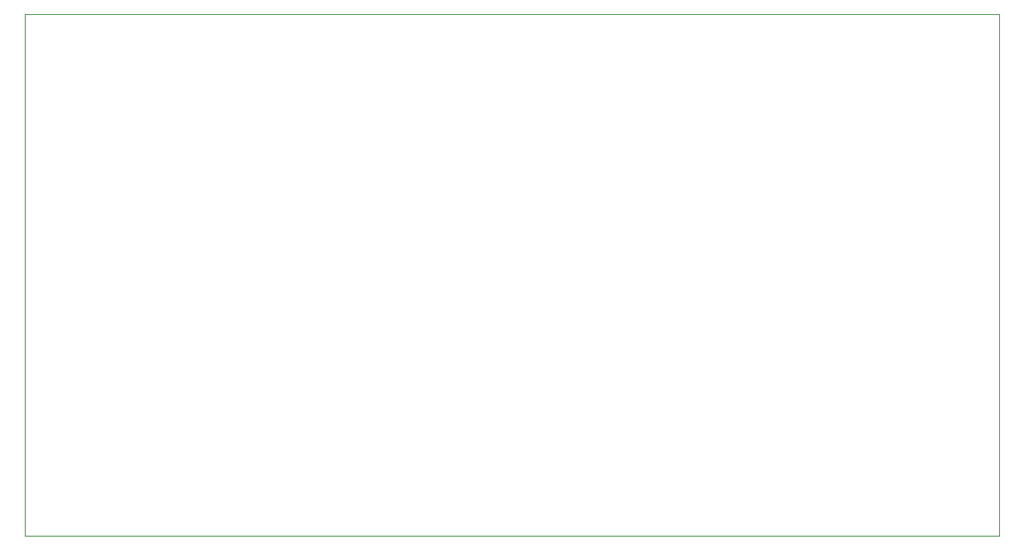
<source format=gm1>
G04 #@! TF.GenerationSoftware,KiCad,Pcbnew,(5.1.12-1-10_14)*
G04 #@! TF.CreationDate,2021-12-19T18:28:25-07:00*
G04 #@! TF.ProjectId,GenMemBlock,47656e4d-656d-4426-9c6f-636b2e6b6963,rev?*
G04 #@! TF.SameCoordinates,Original*
G04 #@! TF.FileFunction,Profile,NP*
%FSLAX46Y46*%
G04 Gerber Fmt 4.6, Leading zero omitted, Abs format (unit mm)*
G04 Created by KiCad (PCBNEW (5.1.12-1-10_14)) date 2021-12-19 18:28:25*
%MOMM*%
%LPD*%
G01*
G04 APERTURE LIST*
G04 #@! TA.AperFunction,Profile*
%ADD10C,0.100000*%
G04 #@! TD*
G04 APERTURE END LIST*
D10*
X30480000Y-68580000D02*
X130048000Y-68580000D01*
X130048000Y-68580000D02*
X130048000Y-121920000D01*
X30480000Y-121920000D02*
X30480000Y-68580000D01*
X130048000Y-121920000D02*
X30480000Y-121920000D01*
M02*

</source>
